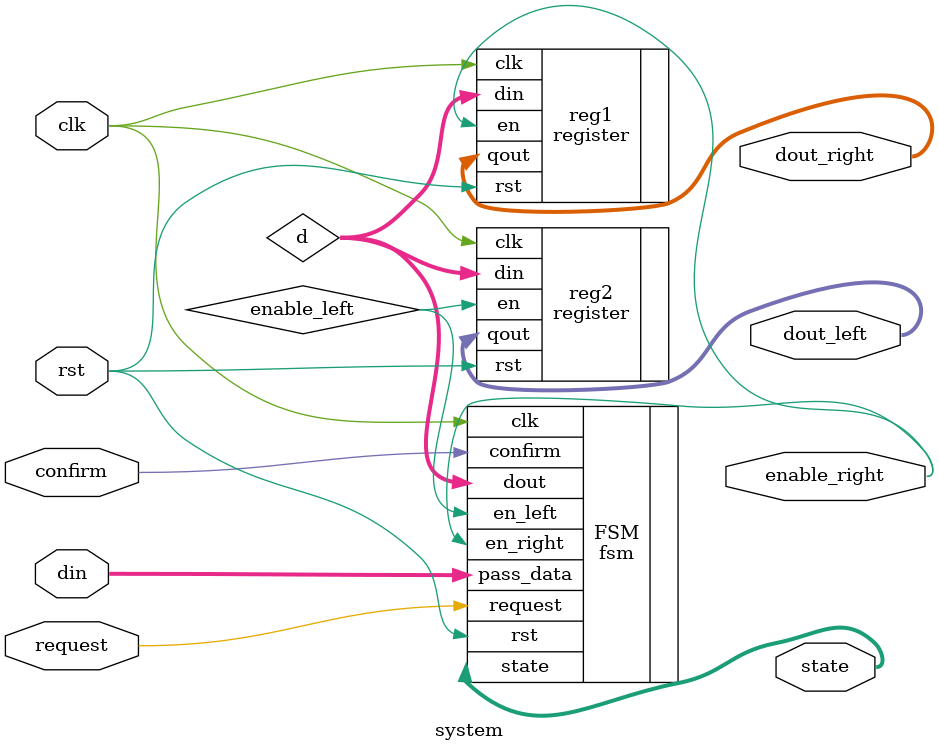
<source format=v>
`timescale 1ns / 1ps
 module system(
     input rst ,
     input request,
     input clk ,
     input confirm,
     input [0:3] din ,
     output [3:0] dout_left ,
     output [3:0] dout_right,
     output [3:0] state,
     output enable_right
     );
	  
    wire enable_left;
    wire[3:0]d;
	 
    fsm FSM(.rst(rst),.request(request),.clk(clk),.confirm(confirm),.pass_data(din),
	 .dout(d),.en_left(enable_left),.en_right(enable_right),.state(state));

    register reg1(.rst(rst),.clk(clk),.en(enable_right),.din(d),.qout(dout_right));
    register reg2(.rst(rst),.clk(clk),.en(enable_left),.din(d),.qout(dout_left));

  endmodule

</source>
